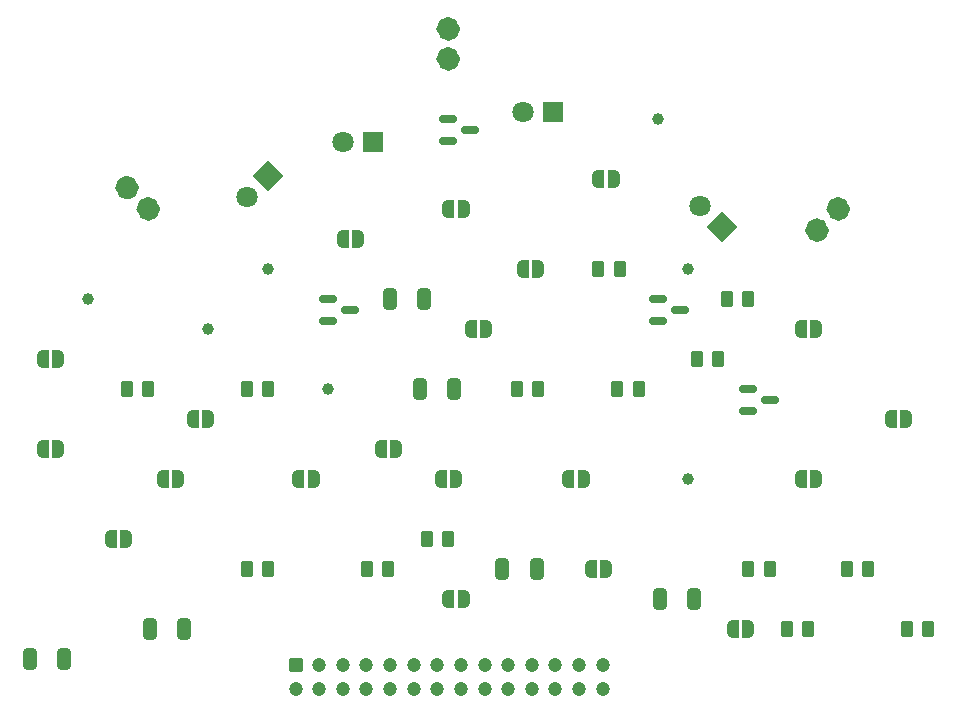
<source format=gbr>
%TF.GenerationSoftware,KiCad,Pcbnew,(7.0.0)*%
%TF.CreationDate,2024-03-24T23:30:49+02:00*%
%TF.ProjectId,Sensing Subsystem,53656e73-696e-4672-9053-756273797374,rev?*%
%TF.SameCoordinates,Original*%
%TF.FileFunction,Soldermask,Top*%
%TF.FilePolarity,Negative*%
%FSLAX46Y46*%
G04 Gerber Fmt 4.6, Leading zero omitted, Abs format (unit mm)*
G04 Created by KiCad (PCBNEW (7.0.0)) date 2024-03-24 23:30:49*
%MOMM*%
%LPD*%
G01*
G04 APERTURE LIST*
G04 Aperture macros list*
%AMRoundRect*
0 Rectangle with rounded corners*
0 $1 Rounding radius*
0 $2 $3 $4 $5 $6 $7 $8 $9 X,Y pos of 4 corners*
0 Add a 4 corners polygon primitive as box body*
4,1,4,$2,$3,$4,$5,$6,$7,$8,$9,$2,$3,0*
0 Add four circle primitives for the rounded corners*
1,1,$1+$1,$2,$3*
1,1,$1+$1,$4,$5*
1,1,$1+$1,$6,$7*
1,1,$1+$1,$8,$9*
0 Add four rect primitives between the rounded corners*
20,1,$1+$1,$2,$3,$4,$5,0*
20,1,$1+$1,$4,$5,$6,$7,0*
20,1,$1+$1,$6,$7,$8,$9,0*
20,1,$1+$1,$8,$9,$2,$3,0*%
%AMRotRect*
0 Rectangle, with rotation*
0 The origin of the aperture is its center*
0 $1 length*
0 $2 width*
0 $3 Rotation angle, in degrees counterclockwise*
0 Add horizontal line*
21,1,$1,$2,0,0,$3*%
%AMFreePoly0*
4,1,19,0.500000,-0.750000,0.000000,-0.750000,0.000000,-0.744911,-0.071157,-0.744911,-0.207708,-0.704816,-0.327430,-0.627875,-0.420627,-0.520320,-0.479746,-0.390866,-0.500000,-0.250000,-0.500000,0.250000,-0.479746,0.390866,-0.420627,0.520320,-0.327430,0.627875,-0.207708,0.704816,-0.071157,0.744911,0.000000,0.744911,0.000000,0.750000,0.500000,0.750000,0.500000,-0.750000,0.500000,-0.750000,
$1*%
%AMFreePoly1*
4,1,19,0.000000,0.744911,0.071157,0.744911,0.207708,0.704816,0.327430,0.627875,0.420627,0.520320,0.479746,0.390866,0.500000,0.250000,0.500000,-0.250000,0.479746,-0.390866,0.420627,-0.520320,0.327430,-0.627875,0.207708,-0.704816,0.071157,-0.744911,0.000000,-0.744911,0.000000,-0.750000,-0.500000,-0.750000,-0.500000,0.750000,0.000000,0.750000,0.000000,0.744911,0.000000,0.744911,
$1*%
G04 Aperture macros list end*
%ADD10C,1.000000*%
%ADD11RoundRect,0.250000X-0.325000X-0.650000X0.325000X-0.650000X0.325000X0.650000X-0.325000X0.650000X0*%
%ADD12FreePoly0,0.000000*%
%ADD13FreePoly1,0.000000*%
%ADD14RoundRect,0.250000X-0.262500X-0.450000X0.262500X-0.450000X0.262500X0.450000X-0.262500X0.450000X0*%
%ADD15R,1.800000X1.800000*%
%ADD16C,1.800000*%
%ADD17C,1.000000*%
%ADD18RotRect,1.800000X1.800000X225.000000*%
%ADD19RoundRect,0.250000X-0.350000X-0.350000X0.350000X-0.350000X0.350000X0.350000X-0.350000X0.350000X0*%
%ADD20C,1.200000*%
%ADD21RoundRect,0.150000X-0.587500X-0.150000X0.587500X-0.150000X0.587500X0.150000X-0.587500X0.150000X0*%
%ADD22RotRect,1.800000X1.800000X135.000000*%
G04 APERTURE END LIST*
D10*
%TO.C,D6*%
X140943975Y-82023974D02*
G75*
G03*
X140943975Y-82023974I-500001J0D01*
G01*
X142740025Y-83820026D02*
G75*
G03*
X142740025Y-83820026I-499999J0D01*
G01*
%TO.C,D4*%
X168140000Y-68580000D02*
G75*
G03*
X168140000Y-68580000I-500000J0D01*
G01*
X168140000Y-71120000D02*
G75*
G03*
X168140000Y-71120000I-500000J0D01*
G01*
%TO.C,D3*%
X201160027Y-83819974D02*
G75*
G03*
X201160027Y-83819974I-500001J0D01*
G01*
X199363973Y-85616026D02*
G75*
G03*
X199363973Y-85616026I-499999J0D01*
G01*
%TD*%
D11*
%TO.C,C8*%
X165215000Y-99060000D03*
X168165000Y-99060000D03*
%TD*%
%TO.C,C7*%
X162675000Y-91440000D03*
X165625000Y-91440000D03*
%TD*%
%TO.C,C4*%
X142355000Y-119380000D03*
X145305000Y-119380000D03*
%TD*%
%TO.C,C3*%
X132195000Y-121920000D03*
X135145000Y-121920000D03*
%TD*%
%TO.C,C2*%
X185535000Y-116840000D03*
X188485000Y-116840000D03*
%TD*%
%TO.C,C1*%
X172195000Y-114300000D03*
X175145000Y-114300000D03*
%TD*%
D12*
%TO.C,JP10*%
X180340000Y-81280000D03*
D13*
X181640000Y-81280000D03*
%TD*%
D14*
%TO.C,R7*%
X173435000Y-99060000D03*
X175260000Y-99060000D03*
%TD*%
D15*
%TO.C,D5*%
X176534999Y-75594999D03*
D16*
X173995000Y-75595000D03*
%TD*%
D14*
%TO.C,R14*%
X165815000Y-111760000D03*
X167640000Y-111760000D03*
%TD*%
D12*
%TO.C,JP3*%
X197470000Y-106680000D03*
D13*
X198770000Y-106680000D03*
%TD*%
D14*
%TO.C,R9*%
X150575000Y-99060000D03*
X152400000Y-99060000D03*
%TD*%
D12*
%TO.C,JP20*%
X146020000Y-101600000D03*
D13*
X147320000Y-101600000D03*
%TD*%
D17*
%TO.C,TP5*%
X187960000Y-106680000D03*
%TD*%
D12*
%TO.C,JP11*%
X154940000Y-106680000D03*
D13*
X156240000Y-106680000D03*
%TD*%
D14*
%TO.C,R10*%
X160735000Y-114300000D03*
X162560000Y-114300000D03*
%TD*%
D17*
%TO.C,TP2*%
X185420000Y-76200000D03*
%TD*%
D12*
%TO.C,JP7*%
X158720000Y-86360000D03*
D13*
X160020000Y-86360000D03*
%TD*%
D17*
%TO.C,TP7*%
X157480000Y-99060000D03*
%TD*%
D18*
%TO.C,D1*%
X152399999Y-81002699D03*
D16*
X150603949Y-82798751D03*
%TD*%
D12*
%TO.C,JP15*%
X179690000Y-114300000D03*
D13*
X180990000Y-114300000D03*
%TD*%
D12*
%TO.C,JP19*%
X167640000Y-116840000D03*
D13*
X168940000Y-116840000D03*
%TD*%
D14*
%TO.C,R1*%
X196295000Y-119380000D03*
X198120000Y-119380000D03*
%TD*%
D12*
%TO.C,JP1*%
X177800000Y-106680000D03*
D13*
X179100000Y-106680000D03*
%TD*%
D14*
%TO.C,R13*%
X193040000Y-114300000D03*
X194865000Y-114300000D03*
%TD*%
D12*
%TO.C,JP16*%
X169530000Y-93980000D03*
D13*
X170830000Y-93980000D03*
%TD*%
D12*
%TO.C,JP8*%
X167640000Y-83820000D03*
D13*
X168940000Y-83820000D03*
%TD*%
D12*
%TO.C,JP18*%
X191740000Y-119380000D03*
D13*
X193040000Y-119380000D03*
%TD*%
D17*
%TO.C,TP4*%
X187960000Y-88900000D03*
%TD*%
D19*
%TO.C,J2*%
X154720000Y-122460000D03*
D20*
X154720000Y-124460000D03*
X156720000Y-122460000D03*
X156720000Y-124460000D03*
X158720000Y-122460000D03*
X158720000Y-124460000D03*
X160720000Y-122460000D03*
X160720000Y-124460000D03*
X162720000Y-122460000D03*
X162720000Y-124460000D03*
X164720000Y-122460000D03*
X164720000Y-124460000D03*
X166720000Y-122460000D03*
X166720000Y-124460000D03*
X168720000Y-122460000D03*
X168720000Y-124460000D03*
X170720000Y-122460000D03*
X170720000Y-124460000D03*
X172720000Y-122460000D03*
X172720000Y-124460000D03*
X174720000Y-122460000D03*
X174720000Y-124460000D03*
X176720000Y-122460000D03*
X176720000Y-124460000D03*
X178720000Y-122460000D03*
X178720000Y-124460000D03*
X180720000Y-122460000D03*
X180720000Y-124460000D03*
%TD*%
D21*
%TO.C,Q4*%
X157480000Y-91440000D03*
X157480000Y-93340000D03*
X159355000Y-92390000D03*
%TD*%
D14*
%TO.C,R5*%
X181967500Y-99060000D03*
X183792500Y-99060000D03*
%TD*%
D21*
%TO.C,Q3*%
X193040000Y-99060000D03*
X193040000Y-100960000D03*
X194915000Y-100010000D03*
%TD*%
D12*
%TO.C,JP17*%
X133320000Y-96520000D03*
D13*
X134620000Y-96520000D03*
%TD*%
D12*
%TO.C,JP13*%
X161910000Y-104140000D03*
D13*
X163210000Y-104140000D03*
%TD*%
D21*
%TO.C,Q2*%
X167640000Y-76200000D03*
X167640000Y-78100000D03*
X169515000Y-77150000D03*
%TD*%
D22*
%TO.C,D8*%
X190777299Y-85345899D03*
D16*
X188981249Y-83549849D03*
%TD*%
D14*
%TO.C,R6*%
X188675000Y-96520000D03*
X190500000Y-96520000D03*
%TD*%
D17*
%TO.C,TP6*%
X137160000Y-91440000D03*
%TD*%
D14*
%TO.C,R12*%
X201375000Y-114300000D03*
X203200000Y-114300000D03*
%TD*%
D17*
%TO.C,TP1*%
X147320000Y-93980000D03*
%TD*%
D14*
%TO.C,R4*%
X140415000Y-99060000D03*
X142240000Y-99060000D03*
%TD*%
D15*
%TO.C,D2*%
X161294999Y-78134999D03*
D16*
X158755000Y-78135000D03*
%TD*%
D12*
%TO.C,JP14*%
X139050000Y-111760000D03*
D13*
X140350000Y-111760000D03*
%TD*%
D12*
%TO.C,JP4*%
X205090000Y-101600000D03*
D13*
X206390000Y-101600000D03*
%TD*%
D17*
%TO.C,TP3*%
X152400000Y-88900000D03*
%TD*%
D12*
%TO.C,JP9*%
X173960000Y-88900000D03*
D13*
X175260000Y-88900000D03*
%TD*%
D12*
%TO.C,JP5*%
X133320000Y-104140000D03*
D13*
X134620000Y-104140000D03*
%TD*%
D14*
%TO.C,R3*%
X206455000Y-119380000D03*
X208280000Y-119380000D03*
%TD*%
D12*
%TO.C,JP2*%
X197470000Y-93980000D03*
D13*
X198770000Y-93980000D03*
%TD*%
D14*
%TO.C,R2*%
X180340000Y-88900000D03*
X182165000Y-88900000D03*
%TD*%
D21*
%TO.C,Q1*%
X185420000Y-91440000D03*
X185420000Y-93340000D03*
X187295000Y-92390000D03*
%TD*%
D12*
%TO.C,JP12*%
X166990000Y-106680000D03*
D13*
X168290000Y-106680000D03*
%TD*%
D14*
%TO.C,R11*%
X191215000Y-91440000D03*
X193040000Y-91440000D03*
%TD*%
D12*
%TO.C,JP6*%
X143480000Y-106680000D03*
D13*
X144780000Y-106680000D03*
%TD*%
D14*
%TO.C,R8*%
X150575000Y-114300000D03*
X152400000Y-114300000D03*
%TD*%
M02*

</source>
